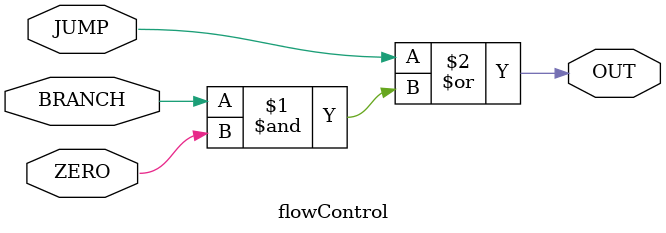
<source format=v>
`include "alu.v"
`include "reg_file.v"
`timescale 1ns/100ps

module cpu(PC, INSTRUCTION, CLK, RESET, READ, WRITE, ADDRESS, WRITEDATA, READDATA, BUSYWAIT, INSTR_BUSYWAIT);

	//Input Port Declaration
	input [31:0] INSTRUCTION;
	input [7:0] READDATA;
	input CLK, RESET, BUSYWAIT, INSTR_BUSYWAIT;

	//Output Port Declaration
	output reg [31:0] PC;
	output [7:0] ADDRESS, WRITEDATA;
	output reg READ, WRITE;

	//Connections for Register File
	wire [2:0] READREG1, READREG2, WRITEREG;
	wire [7:0] REGOUT1, REGOUT2;
	reg WRITEENABLE;

	//Connections for ALU
	wire [7:0] OPERAND1, OPERAND2, ALURESULT;
	reg [2:0] ALUOP;
	wire ZERO;

	//Connections for negation MUX
	wire [7:0] negatedOp;
	wire [7:0] registerOp;
	reg signSelect;

	//Connections for immediate value MUX
	wire [7:0] IMMEDIATE;
	reg immSelect;

	//PC+4 value and PC value to be updated stored inside CPU
	wire [31:0] PCplus4;
	wire [31:0] PCout;
	
	//Connections for BUSYWAIT MUX
	wire [31:0] newPC;

	//Connections for Jump/Branch Adder
	wire [31:0] TARGET;
	wire [7:0] OFFSET;
	
	//Connections for flow control combinational unit
	reg JUMP;
	reg BRANCH;

	//Connections for flow control MUX
	wire flowSelect;
	
	//Connections to Data memory
	assign ADDRESS = ALURESULT;
	assign WRITEDATA = REGOUT1;
	
	//Connections for data memory MUX
	reg dataSelect;
	wire [7:0] REGIN;

	//Current OPCODE stored in CPU
	reg [7:0] OPCODE;

	//Instantiation of CPU modules
	//8x8 Register File
	//Register File WRITEENABLE signal is ANDed with the negation of the BUSYWAIT so that writes do not happen while data memory is busy
	reg_file my_reg(REGIN, REGOUT1, REGOUT2, WRITEREG, READREG1, READREG2, WRITEENABLE, CLK, RESET);
	
	//ALU
	alu my_alu(REGOUT1, OPERAND2, ALURESULT, ZERO, ALUOP);
	
	//2's Complement Unit
	twosComp my_twosComp(REGOUT2, negatedOp);
	
	//Negation MUX (Chooses between +ve and -ve value of REGOUT2)
	mux negationMUX(REGOUT2, negatedOp, signSelect, registerOp);
	
	//Immediate Value MUX (Chooses between immediate value and register value for Operand 2 of ALU)
	mux immediateMUX(registerOp, IMMEDIATE, immSelect, OPERAND2);

	//PC+4 Adder
	pcAdder my_pcAdder(PC, PCplus4);
	
	//Jump/Branch Target Adder
	jumpbranchAdder my_jumpbranchAdder(PCplus4, OFFSET, TARGET);
	
	//Flow Control Combinational Logic Unit (Handles combinational logic for select input of Flow Control MUX)
	flowControl my_flowControl(JUMP, BRANCH, ZERO, flowSelect);
	
	//Flow Control MUX (Chooses between normal PC value or offset value for flow control instructions)
	mux32 flowctrlmux(PCplus4, TARGET, flowSelect, PCout);
	
	//Data Memory MUX
	mux datamux(ALURESULT, READDATA, dataSelect, REGIN);
	
	//MUX to Change PC value based on BUSYWAIT signal
	//If BUSYWAIT is HIGH, newPC is the same PC value(Stalled)
	//Else newPC is next PC value
	mux32 busywaitMUX(PCout, PC, (BUSYWAIT | INSTR_BUSYWAIT), newPC);
	
	
	//-----------------------
	// Control Logic for CPU
	//-----------------------
	
	//PC Update
	always @ (posedge CLK)
	begin
		if (RESET == 1'b1) #1 PC = 0;		//If RESET signal is HIGH, set PC to zero
		else #1 PC = newPC;					//Write new PC value
	end
	
	//Clearing READ/WRITE controls for Data Memory when BUSYWAIT is de-asserted
	always @ (BUSYWAIT)
	begin
		if (BUSYWAIT == 1'b0)
		begin
			READ = 0;
			WRITE = 0;
		end
	end
	
	
	//Relevant portions of INSTRUCTION are mapped to the respective units
	
	///////////////////////////////////////////////////////////////////
	/*    OP-CODE    /     RD/IMM    /       RT      /     RS/IMM    */
	/*    [31:24]    /    [23:16]    /     [15:8]    /      [7:0]    */
	///////////////////////////////////////////////////////////////////
	/*       |       /        |      /        |      /       |       */
	/*    OPCODE     /    WRITEREG   /    READREG1   /    READREG2   */
	/*               /     OFFSET    /               /   IMMEDIATE   */
	/*****************************************************************/
	assign READREG1 = INSTRUCTION[15:8];
	assign IMMEDIATE = INSTRUCTION[7:0];
	assign READREG2 = INSTRUCTION[7:0];
	assign WRITEREG = INSTRUCTION[23:16];
	assign OFFSET = INSTRUCTION[23:16];
	
	
	
	//Decoding the instruction
	always @ (INSTRUCTION)
	begin
		//if (!INSTR_BUSYWAIT)
		//begin
			#1			//1 Time Unit Delay for Decoding process
			OPCODE = INSTRUCTION[31:24];	//Mapping the OP-CODE section of the instruction to OPCODE
			case (OPCODE)
			
				//loadi instruction
				8'b00000000:	begin
									ALUOP = 3'b000;			//Set ALU to forward
									immSelect = 1'b1;		//Set MUX to select immediate value
									signSelect = 1'b0;		//Set sign select MUX to positive sign
									JUMP = 1'b0;			//Set JUMP control signal to zero
									BRANCH = 1'b0;			//Set BRANCH control signal to zero
									WRITEENABLE = 1'b1;		//Enable writing to register
									READ = 1'b0;			//Set READ control signal to zero
									WRITE = 1'b0;			//Set WRITE control signal to zero
									dataSelect = 1'b0;		//Set Data Memory MUX to ALU output 
								end
			
				//mov instruction
				8'b00000001:	begin
									ALUOP = 3'b000;			//Set ALU to FORWARD
									immSelect = 1'b0;		//Set MUX to select register input
									signSelect = 1'b0;		//Set sign select MUX to positive sign
									JUMP = 1'b0;			//Set JUMP control signal to zero
									BRANCH = 1'b0;			//Set BRANCH control signal to zero
									WRITEENABLE = 1'b1;		//Enable writing to register
									READ = 1'b0;			//Set READ control signal to zero
									WRITE = 1'b0;			//Set WRITE control signal to zero
									dataSelect = 1'b0;		//Set Data Memory MUX to ALU output
								end
				
				//add instruction
				8'b00000010:	begin
									ALUOP = 3'b001;			//Set ALU to ADD
									immSelect = 1'b0;		//Set MUX to select register input
									signSelect = 1'b0;		//Set sign select MUX to positive sign
									JUMP = 1'b0;			//Set JUMP control signal to zero
									BRANCH = 1'b0;			//Set BRANCH control signal to zero
									WRITEENABLE = 1'b1;		//Enable writing to register
									READ = 1'b0;			//Set READ control signal to zero
									WRITE = 1'b0;			//Set WRITE control signal to zero
									dataSelect = 1'b0;		//Set Data Memory MUX to ALU output
								end	
			
				//sub instruction
				8'b00000011:	begin
									ALUOP = 3'b001;			//Set ALU to ADD
									immSelect = 1'b0;		//Set MUX to select register input
									signSelect = 1'b1;		//Set sign select MUX to negative sign
									JUMP = 1'b0;			//Set JUMP control signal to zero
									BRANCH = 1'b0;			//Set BRANCH control signal to zero
									WRITEENABLE = 1'b1;		//Enable writing to register
									READ = 1'b0;			//Set READ control signal to zero
									WRITE = 1'b0;			//Set WRITE control signal to zero
									dataSelect = 1'b0;		//Set Data Memory MUX to ALU output
								end

				//and instruction
				8'b00000100:	begin
									ALUOP = 3'b010;			//Set ALU to AND
									immSelect = 1'b0;		//Set MUX to select register input
									signSelect = 1'b0;		//Set sign select MUX to positive sign
									JUMP = 1'b0;			//Set JUMP control signal to zero
									BRANCH = 1'b0;			//Set BRANCH control signal to zero
									WRITEENABLE = 1'b1;		//Enable writing to register
									READ = 1'b0;			//Set READ control signal to zero
									WRITE = 1'b0;			//Set WRITE control signal to zero
									dataSelect = 1'b0;		//Set Data Memory MUX to ALU output
								end
								
				//or instruction
				8'b00000101:	begin
									ALUOP = 3'b011;			//Set ALU to OR
									immSelect = 1'b0;		//Set MUX to select register input
									signSelect = 1'b0;		//Set sign select MUX to positive sign
									JUMP = 1'b0;			//Set JUMP control signal to zero
									BRANCH = 1'b0;			//Set BRANCH control signal to zero
									WRITEENABLE = 1'b1;		//Enable writing to register
									READ = 1'b0;			//Set READ control signal to zero
									WRITE = 1'b0;			//Set WRITE control signal to zero
									dataSelect = 1'b0;		//Set Data Memory MUX to ALU output
								end
				
				//j instruction
				8'b00000110:	begin
									JUMP = 1'b1;			//Set JUMP control signal to 1
									BRANCH = 1'b0;			//Set BRANCH control signal to zero
									WRITEENABLE = 1'b0;		//Disable writing to register
									READ = 1'b0;			//Set READ control signal to zero
									WRITE = 1'b0;			//Set WRITE control signal to zero
									dataSelect = 1'b0;		//Set Data Memory MUX to ALU output
								end
				
				//beq instruction
				8'b00000111:	begin
									ALUOP = 3'b001;			//Set ALU to ADD
									immSelect = 1'b0;		//Set MUX to select register input
									signSelect = 1'b1;		//Set sign select MUX to negative sign
									JUMP = 1'b0;			//Set JUMP control signal to zero
									BRANCH = 1'b1;			//Set BRANCH control signal to 1
									WRITEENABLE = 1'b0;		//Disable writing to register
									READ = 1'b0;			//Set READ control signal to zero
									WRITE = 1'b0;			//Set WRITE control signal to zero
									dataSelect = 1'b0;		//Set Data Memory MUX to ALU output
								end
								
				//lwd instruction
				8'b00001000:	begin
									ALUOP = 3'b000;			//Set ALU to forward
									immSelect = 1'b0;		//Set MUX to select register input
									signSelect = 1'b0;		//Set sign select MUX to positive sign
									JUMP = 1'b0;			//Set JUMP control signal to zero
									BRANCH = 1'b0;			//Set BRANCH control signal to zero
									WRITEENABLE = 1'b1;		//Enable writing to register
									READ = 1'b1;			//Set READ control signal to HIGH
									WRITE = 1'b0;			//Set WRITE control signal to zero
									dataSelect = 1'b1;		//Set Data Memory MUX to Data memory input
								end
								
				//lwi instruction
				8'b00001001:	begin
									ALUOP = 3'b000;			//Set ALU to forward
									immSelect = 1'b1;		//Set MUX to select immediate value
									signSelect = 1'b0;		//Set sign select MUX to positive sign
									JUMP = 1'b0;			//Set JUMP control signal to zero
									BRANCH = 1'b0;			//Set BRANCH control signal to zero
									WRITEENABLE = 1'b1;		//Enable writing to register
									READ = 1'b1;			//Set READ control signal to HIGH
									WRITE = 1'b0;			//Set WRITE control signal to zero
									dataSelect = 1'b1;		//Set Data Memory MUX to Data memory input
								end
				
				//swd instruction
				8'b00001010:	begin
									ALUOP = 3'b000;			//Set ALU to forward
									immSelect = 1'b0;		//Set MUX to select register input
									signSelect = 1'b0;		//Set sign select MUX to positive sign
									JUMP = 1'b0;			//Set JUMP control signal to zero
									BRANCH = 1'b0;			//Set BRANCH control signal to zero
									WRITEENABLE = 1'b0;		//Enable writing to register
									READ = 1'b0;			//Set READ control signal to zero
									WRITE = 1'b1;			//Set WRITE control signal to HIGH
								end
								
				//swi instruction
				8'b00001011:	begin
									ALUOP = 3'b000;			//Set ALU to forward
									immSelect = 1'b1;		//Set MUX to select immediate value
									signSelect = 1'b0;		//Set sign select MUX to positive sign
									JUMP = 1'b0;			//Set JUMP control signal to zero
									BRANCH = 1'b0;			//Set BRANCH control signal to zero
									WRITEENABLE = 1'b0;		//Enable writing to register
									READ = 1'b0;			//Set READ control signal to zero
									WRITE = 1'b1;			//Set WRITE control signal to HIGH
								end
			endcase
		//end
	end
	
endmodule

module twosComp(IN, OUT);

	//Declaration of input and output ports
	input [7:0] IN;
	output [7:0] OUT;
	
	//Combinational logic to assign two's complement value of input to output after a delay of #1
	assign #1 OUT = ~IN + 1;

endmodule


//The Jump/Branch Adder calculates the target instruction address by adding the offset value to the PC+4 value
//after sign extension and multiplication by 4
//Contains a delay of 2 time units
module jumpbranchAdder(PC, OFFSET, TARGET);
	
	//Declaration of input and output ports
	input [31:0] PC;
	input [7:0] OFFSET;
	output [31:0] TARGET;
	
	wire [21:0] signBits;		//Bus to store extended sign bits
	
	assign signBits = {22{OFFSET[7]}};	//assigning the sign bit (MSB) of OFFSET to all 22 bits in signBits
	
	//GENERATING TARGET address by adding the OFFSET * 4 to the PC value after a delay of 2 time units
	//First 22 bits contain the extended sign bits, next 8 bits contain the actual offset, the next two bits are zeros due to shifting left by 2 (multiplication by 4)
	assign #2 TARGET = PC + {signBits, OFFSET, 2'b0};	
	
endmodule


//The pcAdder module generates the PC+4 value from the PC input after a delay of 1 time unit
module pcAdder(PC, PCplus4);
	
	//Declaration of input and output ports
	input [31:0] PC;
	output [31:0] PCplus4;

	//Assign PC+4 value to the output after 1 time unit delay
	assign #1 PCplus4 = PC + 4;
	
endmodule


//Generic 8-bit MUX module to be used inside the CPU
//Operation: SELECT == 0 : OUT = IN1
//			 SELECT == 1 : OUT = IN2
//Does not contain delays
module mux(IN1, IN2, SELECT, OUT);

	//Input and output port declaration
	input [7:0] IN1, IN2;
	input SELECT;
	output reg [7:0] OUT;
	
	//MUX should update output value upon change of any of the inputs
	always @ (IN1, IN2, SELECT)
	begin
		if (SELECT == 1'b1)		//If SELECT is HIGH, switch to 2nd input
		begin
			OUT = IN2;
		end
		else					//If SELECT is LOW, switch to 1st input
		begin
			OUT = IN1;
		end
	end

endmodule


//32-bit MUX module for flow control operations
//Operation: SELECT == 0 : OUT = IN1
//			 SELECT == 1 : OUT = IN2
//Does not contain delays
module mux32(IN1, IN2, SELECT, OUT);

	//Input and output port declaration
	input [31:0] IN1, IN2;
	input SELECT;
	output reg [31:0] OUT;
	
	//MUX should update output value upon change of any of the inputs
	always @ (IN1, IN2, SELECT)
	begin
		if (SELECT == 1'b1)		//If SELECT is HIGH, switch to 2nd input
		begin
			OUT = IN2;
		end
		else					//If SELECT is LOW, switch to 1st input
		begin
			OUT = IN1;
		end
	end

endmodule


//Combinational Control Unit for flow control operations
//Operation: JUMP = 0  BRANCH = 0          : OUT = 0 (Normal flow)
//			 JUMP = 1                      : OUT = 1 (Offset flow)
//			 JUMP = 0  BRANCH = 1 ZERO = 0 : OUT = 0 (Normal flow)
//			 JUMP = 0  BRANCH = 1 ZERO = 1 : OUT = 1 (Offset flow)
//Contains no delays
module flowControl(JUMP, BRANCH, ZERO, OUT);

	//Input and output port declaration
	input JUMP, BRANCH, ZERO;
	output OUT;
	
	//Assigns OUT based on values of JUMP, BRANCH and ZERO using simple combinational logic
	assign OUT = JUMP | (BRANCH & ZERO);

endmodule



</source>
